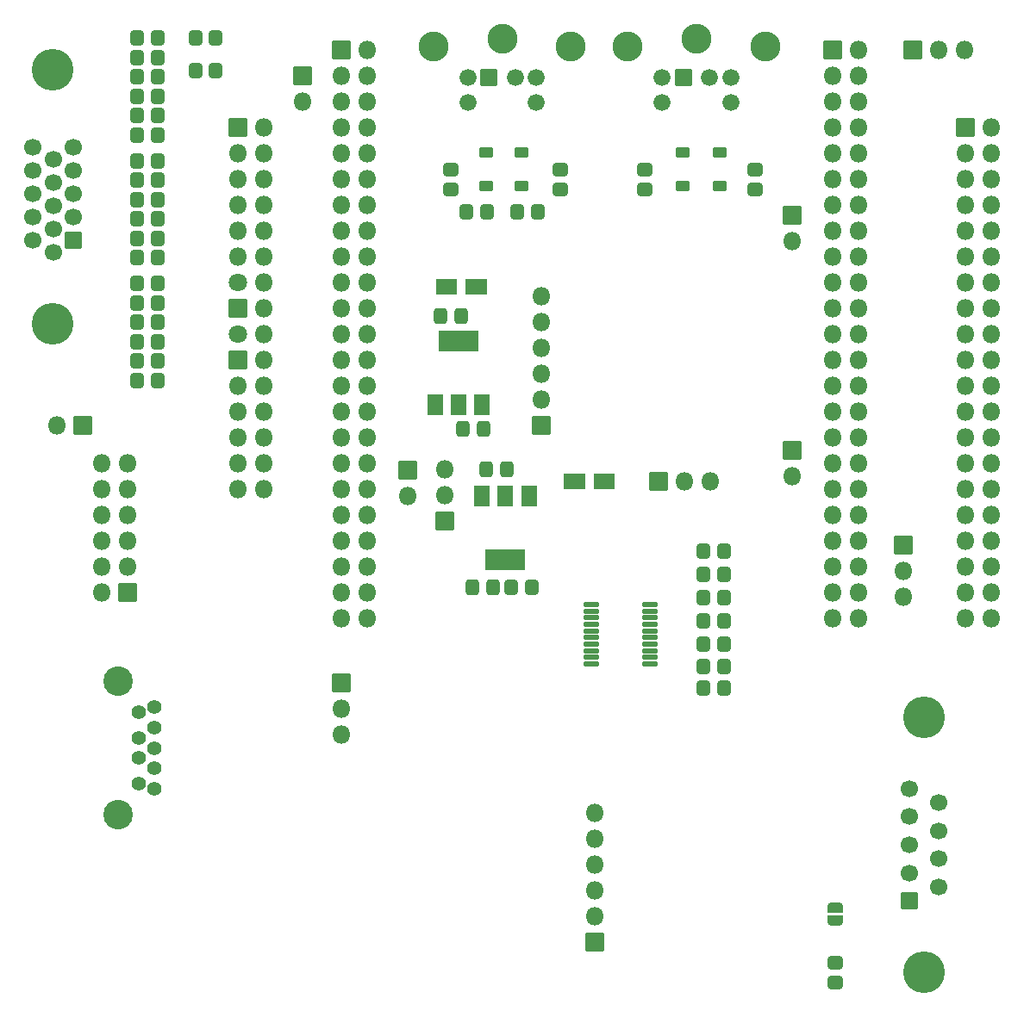
<source format=gbr>
%TF.GenerationSoftware,KiCad,Pcbnew,6.0.9-8da3e8f707~117~ubuntu20.04.1*%
%TF.CreationDate,2022-12-25T13:31:21+01:00*%
%TF.ProjectId,arrow_deca_retro_cape,6172726f-775f-4646-9563-615f72657472,0.90*%
%TF.SameCoordinates,Original*%
%TF.FileFunction,Soldermask,Top*%
%TF.FilePolarity,Negative*%
%FSLAX46Y46*%
G04 Gerber Fmt 4.6, Leading zero omitted, Abs format (unit mm)*
G04 Created by KiCad (PCBNEW 6.0.9-8da3e8f707~117~ubuntu20.04.1) date 2022-12-25 13:31:21*
%MOMM*%
%LPD*%
G01*
G04 APERTURE LIST*
G04 Aperture macros list*
%AMRoundRect*
0 Rectangle with rounded corners*
0 $1 Rounding radius*
0 $2 $3 $4 $5 $6 $7 $8 $9 X,Y pos of 4 corners*
0 Add a 4 corners polygon primitive as box body*
4,1,4,$2,$3,$4,$5,$6,$7,$8,$9,$2,$3,0*
0 Add four circle primitives for the rounded corners*
1,1,$1+$1,$2,$3*
1,1,$1+$1,$4,$5*
1,1,$1+$1,$6,$7*
1,1,$1+$1,$8,$9*
0 Add four rect primitives between the rounded corners*
20,1,$1+$1,$2,$3,$4,$5,0*
20,1,$1+$1,$4,$5,$6,$7,0*
20,1,$1+$1,$6,$7,$8,$9,0*
20,1,$1+$1,$8,$9,$2,$3,0*%
%AMFreePoly0*
4,1,16,0.535355,0.785355,0.541603,0.777735,1.041603,0.027735,1.049029,-0.009806,1.041603,-0.027735,0.541603,-0.777735,0.509806,-0.799029,0.500000,-0.800000,-0.500000,-0.800000,-0.535355,-0.785355,-0.550000,-0.750000,-0.550000,0.750000,-0.535355,0.785355,-0.500000,0.800000,0.500000,0.800000,0.535355,0.785355,0.535355,0.785355,$1*%
%AMFreePoly1*
4,1,37,0.535355,0.785355,0.550000,0.750000,0.550000,-0.750000,0.535355,-0.785355,0.500000,-0.800000,0.000000,-0.800000,-0.012524,-0.794812,-0.080857,-0.793560,-0.094851,-0.791293,-0.230166,-0.749018,-0.242962,-0.742915,-0.360972,-0.664360,-0.371540,-0.654911,-0.462760,-0.546392,-0.470252,-0.534356,-0.527347,-0.404597,-0.531159,-0.390943,-0.548742,-0.256483,-0.547388,-0.256306,-0.550000,-0.250000,
-0.550000,0.250000,-0.549522,0.251153,-0.549368,0.263802,-0.527557,0.403879,-0.523412,0.417435,-0.463164,0.545760,-0.455381,0.557609,-0.361537,0.663867,-0.350741,0.673055,-0.230846,0.748703,-0.217905,0.754492,-0.081598,0.793449,-0.067552,0.795373,-0.011991,0.795033,0.000000,0.800000,0.500000,0.800000,0.535355,0.785355,0.535355,0.785355,$1*%
%AMFreePoly2*
4,1,37,0.012350,0.794884,0.074210,0.794507,0.088231,0.792412,0.224052,0.751793,0.236921,0.745846,0.355883,0.668739,0.366566,0.659420,0.459104,0.552023,0.466742,0.540080,0.525419,0.411028,0.529398,0.397421,0.549495,0.257088,0.550000,0.250000,0.550000,-0.250000,0.549996,-0.250610,0.549847,-0.262826,0.549158,-0.270511,0.525638,-0.410312,0.521328,-0.423818,0.459516,-0.551397,
0.451589,-0.563150,0.356454,-0.668254,0.345546,-0.677309,0.224736,-0.751486,0.211726,-0.757116,0.074953,-0.794405,0.060885,-0.796158,0.011462,-0.795252,0.000000,-0.800000,-0.500000,-0.800000,-0.535355,-0.785355,-0.550000,-0.750000,-0.550000,0.750000,-0.535355,0.785355,-0.500000,0.800000,0.000000,0.800000,0.012350,0.794884,0.012350,0.794884,$1*%
G04 Aperture macros list end*
%ADD10RoundRect,0.050000X-0.850000X-0.850000X0.850000X-0.850000X0.850000X0.850000X-0.850000X0.850000X0*%
%ADD11O,1.800000X1.800000*%
%ADD12RoundRect,0.050000X0.750000X-1.000000X0.750000X1.000000X-0.750000X1.000000X-0.750000X-1.000000X0*%
%ADD13RoundRect,0.050000X1.900000X-1.000000X1.900000X1.000000X-1.900000X1.000000X-1.900000X-1.000000X0*%
%ADD14RoundRect,0.300000X0.337500X0.475000X-0.337500X0.475000X-0.337500X-0.475000X0.337500X-0.475000X0*%
%ADD15RoundRect,0.300000X0.350000X0.450000X-0.350000X0.450000X-0.350000X-0.450000X0.350000X-0.450000X0*%
%ADD16RoundRect,0.300000X-0.350000X-0.450000X0.350000X-0.450000X0.350000X0.450000X-0.350000X0.450000X0*%
%ADD17C,1.800000*%
%ADD18RoundRect,0.050000X0.850000X0.850000X-0.850000X0.850000X-0.850000X-0.850000X0.850000X-0.850000X0*%
%ADD19RoundRect,0.300000X-0.450000X0.350000X-0.450000X-0.350000X0.450000X-0.350000X0.450000X0.350000X0*%
%ADD20C,1.400000*%
%ADD21C,2.900000*%
%ADD22R,1.500000X1.500000*%
%ADD23FreePoly0,0.000000*%
%ADD24FreePoly0,180.000000*%
%ADD25RoundRect,0.050000X0.850000X-0.850000X0.850000X0.850000X-0.850000X0.850000X-0.850000X-0.850000X0*%
%ADD26RoundRect,0.050000X-0.600000X0.450000X-0.600000X-0.450000X0.600000X-0.450000X0.600000X0.450000X0*%
%ADD27RoundRect,0.300000X0.450000X-0.350000X0.450000X0.350000X-0.450000X0.350000X-0.450000X-0.350000X0*%
%ADD28RoundRect,0.050800X-0.787400X-0.787400X0.787400X-0.787400X0.787400X0.787400X-0.787400X0.787400X0*%
%ADD29C,1.676400*%
%ADD30C,2.946400*%
%ADD31FreePoly1,90.000000*%
%ADD32FreePoly2,90.000000*%
%ADD33C,4.100000*%
%ADD34RoundRect,0.050000X-0.800000X0.800000X-0.800000X-0.800000X0.800000X-0.800000X0.800000X0.800000X0*%
%ADD35C,1.700000*%
%ADD36RoundRect,0.050000X-0.750000X1.000000X-0.750000X-1.000000X0.750000X-1.000000X0.750000X1.000000X0*%
%ADD37RoundRect,0.050000X-1.900000X1.000000X-1.900000X-1.000000X1.900000X-1.000000X1.900000X1.000000X0*%
%ADD38RoundRect,0.050000X0.800000X-0.800000X0.800000X0.800000X-0.800000X0.800000X-0.800000X-0.800000X0*%
%ADD39RoundRect,0.150000X-0.637500X-0.100000X0.637500X-0.100000X0.637500X0.100000X-0.637500X0.100000X0*%
%ADD40RoundRect,0.050000X-0.850000X0.850000X-0.850000X-0.850000X0.850000X-0.850000X0.850000X0.850000X0*%
%ADD41RoundRect,0.300000X-0.337500X-0.475000X0.337500X-0.475000X0.337500X0.475000X-0.337500X0.475000X0*%
G04 APERTURE END LIST*
D10*
%TO.C,J9*%
X116840000Y-45720000D03*
D11*
X119380000Y-45720000D03*
X116840000Y-48260000D03*
X119380000Y-48260000D03*
X116840000Y-50800000D03*
X119380000Y-50800000D03*
X116840000Y-53340000D03*
X119380000Y-53340000D03*
X116840000Y-55880000D03*
X119380000Y-55880000D03*
X116840000Y-58420000D03*
X119380000Y-58420000D03*
X116840000Y-60960000D03*
X119380000Y-60960000D03*
X116840000Y-63500000D03*
X119380000Y-63500000D03*
X116840000Y-66040000D03*
X119380000Y-66040000D03*
X116840000Y-68580000D03*
X119380000Y-68580000D03*
X116840000Y-71120000D03*
X119380000Y-71120000D03*
X116840000Y-73660000D03*
X119380000Y-73660000D03*
X116840000Y-76200000D03*
X119380000Y-76200000D03*
X116840000Y-78740000D03*
X119380000Y-78740000D03*
X116840000Y-81280000D03*
X119380000Y-81280000D03*
X116840000Y-83820000D03*
X119380000Y-83820000D03*
X116840000Y-86360000D03*
X119380000Y-86360000D03*
X116840000Y-88900000D03*
X119380000Y-88900000D03*
X116840000Y-91440000D03*
X119380000Y-91440000D03*
X116840000Y-93980000D03*
X119380000Y-93980000D03*
X116840000Y-96520000D03*
X119380000Y-96520000D03*
X116840000Y-99060000D03*
X119380000Y-99060000D03*
X116840000Y-101600000D03*
X119380000Y-101600000D03*
%TD*%
D10*
%TO.C,J8*%
X165100000Y-45720000D03*
D11*
X167640000Y-45720000D03*
X165100000Y-48260000D03*
X167640000Y-48260000D03*
X165100000Y-50800000D03*
X167640000Y-50800000D03*
X165100000Y-53340000D03*
X167640000Y-53340000D03*
X165100000Y-55880000D03*
X167640000Y-55880000D03*
X165100000Y-58420000D03*
X167640000Y-58420000D03*
X165100000Y-60960000D03*
X167640000Y-60960000D03*
X165100000Y-63500000D03*
X167640000Y-63500000D03*
X165100000Y-66040000D03*
X167640000Y-66040000D03*
X165100000Y-68580000D03*
X167640000Y-68580000D03*
X165100000Y-71120000D03*
X167640000Y-71120000D03*
X165100000Y-73660000D03*
X167640000Y-73660000D03*
X165100000Y-76200000D03*
X167640000Y-76200000D03*
X165100000Y-78740000D03*
X167640000Y-78740000D03*
X165100000Y-81280000D03*
X167640000Y-81280000D03*
X165100000Y-83820000D03*
X167640000Y-83820000D03*
X165100000Y-86360000D03*
X167640000Y-86360000D03*
X165100000Y-88900000D03*
X167640000Y-88900000D03*
X165100000Y-91440000D03*
X167640000Y-91440000D03*
X165100000Y-93980000D03*
X167640000Y-93980000D03*
X165100000Y-96520000D03*
X167640000Y-96520000D03*
X165100000Y-99060000D03*
X167640000Y-99060000D03*
X165100000Y-101600000D03*
X167640000Y-101600000D03*
%TD*%
D12*
%TO.C,U3*%
X126097000Y-80595000D03*
D13*
X128397000Y-74295000D03*
D12*
X128397000Y-80595000D03*
X130697000Y-80595000D03*
%TD*%
D14*
%TO.C,C18*%
X130845500Y-82956400D03*
X128770500Y-82956400D03*
%TD*%
%TO.C,C19*%
X128663500Y-71882000D03*
X126588500Y-71882000D03*
%TD*%
D15*
%TO.C,R29*%
X98804669Y-76275000D03*
X96804669Y-76275000D03*
%TD*%
%TO.C,R31*%
X98804669Y-56590000D03*
X96804669Y-56590000D03*
%TD*%
D10*
%TO.C,J20*%
X95823469Y-99033400D03*
D11*
X95823469Y-96493400D03*
X95823469Y-93953400D03*
X95823469Y-91413400D03*
X95823469Y-88873400D03*
X95823469Y-86333400D03*
X93283469Y-99033400D03*
X93283469Y-96493400D03*
X93283469Y-93953400D03*
X93283469Y-91413400D03*
X93283469Y-88873400D03*
X93283469Y-86333400D03*
%TD*%
D10*
%TO.C,JP5*%
X161163000Y-61971000D03*
D11*
X161163000Y-64511000D03*
%TD*%
D16*
%TO.C,R13*%
X152416000Y-104140000D03*
X154416000Y-104140000D03*
%TD*%
D15*
%TO.C,R19*%
X98804669Y-44525000D03*
X96804669Y-44525000D03*
%TD*%
D17*
%TO.C,J2*%
X106680000Y-68580000D03*
D11*
X109220000Y-68580000D03*
%TD*%
D18*
%TO.C,J16*%
X141745000Y-133426200D03*
D11*
X141745000Y-130886200D03*
X141745000Y-128346200D03*
X141745000Y-125806200D03*
X141745000Y-123266200D03*
X141745000Y-120726200D03*
%TD*%
D19*
%TO.C,R5*%
X146685000Y-57420000D03*
X146685000Y-59420000D03*
%TD*%
D20*
%TO.C,J21*%
X96965342Y-110820989D03*
X96965342Y-113320989D03*
X96965342Y-115320989D03*
X96965342Y-117820989D03*
X98465342Y-118320989D03*
X98465342Y-116320989D03*
X98465342Y-114320989D03*
X98465342Y-112320989D03*
X98465342Y-110320989D03*
D21*
X94965342Y-107750989D03*
X94965342Y-120890989D03*
%TD*%
D22*
%TO.C,JP2*%
X129851000Y-68961000D03*
X127451000Y-68961000D03*
D23*
X126651000Y-68961000D03*
D24*
X130651000Y-68961000D03*
%TD*%
D25*
%TO.C,JP8*%
X147980400Y-88087200D03*
D11*
X150520400Y-88087200D03*
X153060400Y-88087200D03*
%TD*%
D15*
%TO.C,R3*%
X136142669Y-61595000D03*
X134142669Y-61595000D03*
%TD*%
D26*
%TO.C,D3*%
X150368000Y-55754000D03*
X150368000Y-59054000D03*
%TD*%
D18*
%TO.C,J10*%
X136539669Y-82625000D03*
D11*
X136539669Y-80085000D03*
X136539669Y-77545000D03*
X136539669Y-75005000D03*
X136539669Y-72465000D03*
X136539669Y-69925000D03*
%TD*%
D15*
%TO.C,R35*%
X98804669Y-64210000D03*
X96804669Y-64210000D03*
%TD*%
D10*
%TO.C,J11*%
X106680000Y-53340000D03*
D11*
X106680000Y-55880000D03*
X106680000Y-58420000D03*
X106680000Y-60960000D03*
X106680000Y-63500000D03*
X106680000Y-66040000D03*
X109220000Y-53340000D03*
X109220000Y-55880000D03*
X109220000Y-58420000D03*
X109220000Y-60960000D03*
X109220000Y-63500000D03*
X109220000Y-66040000D03*
%TD*%
D16*
%TO.C,R12*%
X152416000Y-101854000D03*
X154416000Y-101854000D03*
%TD*%
D10*
%TO.C,JP4*%
X113030000Y-48255000D03*
D11*
X113030000Y-50795000D03*
%TD*%
D16*
%TO.C,R15*%
X152416000Y-108458000D03*
X154416000Y-108458000D03*
%TD*%
D15*
%TO.C,R30*%
X98804669Y-78180000D03*
X96804669Y-78180000D03*
%TD*%
D27*
%TO.C,R16*%
X165354000Y-137398000D03*
X165354000Y-135398000D03*
%TD*%
D15*
%TO.C,R18*%
X104519669Y-47700000D03*
X102519669Y-47700000D03*
%TD*%
%TO.C,R32*%
X98804669Y-58495000D03*
X96804669Y-58495000D03*
%TD*%
D28*
%TO.C,J5*%
X131359200Y-48387000D03*
D29*
X133950000Y-48387000D03*
X129301800Y-48387000D03*
X136007400Y-48387000D03*
X129301800Y-50876200D03*
X136007400Y-50876200D03*
D30*
X125898200Y-45389800D03*
X132654600Y-44577000D03*
X139411000Y-45389800D03*
%TD*%
D31*
%TO.C,JP3*%
X165354000Y-131318000D03*
D32*
X165354000Y-130018000D03*
%TD*%
D33*
%TO.C,J1*%
X88490269Y-47623600D03*
X88490269Y-72623600D03*
D34*
X90540269Y-64438600D03*
D35*
X90540269Y-62148600D03*
X90540269Y-59858600D03*
X90540269Y-57568600D03*
X90540269Y-55278600D03*
X88560269Y-65583600D03*
X88560269Y-63293600D03*
X88560269Y-61003600D03*
X88560269Y-58713600D03*
X88560269Y-56423600D03*
X86580269Y-64438600D03*
X86580269Y-62148600D03*
X86580269Y-59858600D03*
X86580269Y-57568600D03*
X86580269Y-55278600D03*
%TD*%
D36*
%TO.C,U2*%
X135282000Y-89509200D03*
X132982000Y-89509200D03*
D37*
X132982000Y-95809200D03*
D36*
X130682000Y-89509200D03*
%TD*%
D15*
%TO.C,R27*%
X98804669Y-72465000D03*
X96804669Y-72465000D03*
%TD*%
%TO.C,R23*%
X98804669Y-52145000D03*
X96804669Y-52145000D03*
%TD*%
D16*
%TO.C,R4*%
X129140000Y-61595000D03*
X131140000Y-61595000D03*
%TD*%
D22*
%TO.C,JP7*%
X142424000Y-88138000D03*
X140024000Y-88138000D03*
D23*
X139224000Y-88138000D03*
D24*
X143224000Y-88138000D03*
%TD*%
D17*
%TO.C,J3*%
X106680000Y-73660000D03*
D11*
X109220000Y-73660000D03*
%TD*%
D16*
%TO.C,R10*%
X152432000Y-97282000D03*
X154432000Y-97282000D03*
%TD*%
%TO.C,R14*%
X152432000Y-106293000D03*
X154432000Y-106293000D03*
%TD*%
%TO.C,R9*%
X152416000Y-94996000D03*
X154416000Y-94996000D03*
%TD*%
D15*
%TO.C,R26*%
X98804669Y-70560000D03*
X96804669Y-70560000D03*
%TD*%
%TO.C,R33*%
X98804669Y-60400000D03*
X96804669Y-60400000D03*
%TD*%
%TO.C,R22*%
X98804669Y-50240000D03*
X96804669Y-50240000D03*
%TD*%
D10*
%TO.C,J14*%
X123355000Y-86964200D03*
D11*
X123355000Y-89504200D03*
%TD*%
D28*
%TO.C,J19*%
X150444200Y-48387000D03*
D29*
X153035000Y-48387000D03*
X148386800Y-48387000D03*
X155092400Y-48387000D03*
X148386800Y-50876200D03*
X155092400Y-50876200D03*
D30*
X144983200Y-45389800D03*
X151739600Y-44577000D03*
X158496000Y-45389800D03*
%TD*%
D25*
%TO.C,J15*%
X172987000Y-45669200D03*
D11*
X175527000Y-45669200D03*
X178067000Y-45669200D03*
%TD*%
D33*
%TO.C,J4*%
X174074338Y-136335000D03*
X174074338Y-111335000D03*
D38*
X172654338Y-129375000D03*
D35*
X172654338Y-126605000D03*
X172654338Y-123835000D03*
X172654338Y-121065000D03*
X172654338Y-118295000D03*
X175494338Y-127990000D03*
X175494338Y-125220000D03*
X175494338Y-122450000D03*
X175494338Y-119680000D03*
%TD*%
D15*
%TO.C,R20*%
X98804669Y-46430000D03*
X96804669Y-46430000D03*
%TD*%
D26*
%TO.C,D1*%
X131064000Y-55754000D03*
X131064000Y-59054000D03*
%TD*%
D15*
%TO.C,R24*%
X98804669Y-54050000D03*
X96804669Y-54050000D03*
%TD*%
D19*
%TO.C,R2*%
X138395000Y-57420000D03*
X138395000Y-59420000D03*
%TD*%
D18*
%TO.C,J18*%
X127013000Y-92009200D03*
D11*
X127013000Y-89469200D03*
X127013000Y-86929200D03*
%TD*%
D10*
%TO.C,JP6*%
X161163000Y-85090000D03*
D11*
X161163000Y-87630000D03*
%TD*%
D25*
%TO.C,J17*%
X106680000Y-71120000D03*
D11*
X109220000Y-71120000D03*
%TD*%
D10*
%TO.C,JP9*%
X116840000Y-107950000D03*
D11*
X116840000Y-110490000D03*
X116840000Y-113030000D03*
%TD*%
D14*
%TO.C,C21*%
X131796700Y-98500000D03*
X129721700Y-98500000D03*
%TD*%
D39*
%TO.C,U1*%
X141409500Y-100199000D03*
X141409500Y-100849000D03*
X141409500Y-101499000D03*
X141409500Y-102149000D03*
X141409500Y-102799000D03*
X141409500Y-103449000D03*
X141409500Y-104099000D03*
X141409500Y-104749000D03*
X141409500Y-105399000D03*
X141409500Y-106049000D03*
X147134500Y-106049000D03*
X147134500Y-105399000D03*
X147134500Y-104749000D03*
X147134500Y-104099000D03*
X147134500Y-103449000D03*
X147134500Y-102799000D03*
X147134500Y-102149000D03*
X147134500Y-101499000D03*
X147134500Y-100849000D03*
X147134500Y-100199000D03*
%TD*%
D10*
%TO.C,J12*%
X106680000Y-76200000D03*
D11*
X106680000Y-78740000D03*
X106680000Y-81280000D03*
X106680000Y-83820000D03*
X106680000Y-86360000D03*
X106680000Y-88900000D03*
X109220000Y-76200000D03*
X109220000Y-78740000D03*
X109220000Y-81280000D03*
X109220000Y-83820000D03*
X109220000Y-86360000D03*
X109220000Y-88900000D03*
%TD*%
D15*
%TO.C,R21*%
X98804669Y-48335000D03*
X96804669Y-48335000D03*
%TD*%
D40*
%TO.C,JP1*%
X91459669Y-82625000D03*
D11*
X88919669Y-82625000D03*
%TD*%
D15*
%TO.C,R28*%
X98804669Y-74370000D03*
X96804669Y-74370000D03*
%TD*%
D19*
%TO.C,R1*%
X127600000Y-57420000D03*
X127600000Y-59420000D03*
%TD*%
D26*
%TO.C,D4*%
X154051000Y-55755000D03*
X154051000Y-59055000D03*
%TD*%
D15*
%TO.C,R17*%
X104519669Y-44525000D03*
X102519669Y-44525000D03*
%TD*%
D41*
%TO.C,C20*%
X131055500Y-86944200D03*
X133130500Y-86944200D03*
%TD*%
D26*
%TO.C,D2*%
X134569200Y-55754000D03*
X134569200Y-59054000D03*
%TD*%
D15*
%TO.C,R7*%
X135569200Y-98501200D03*
X133569200Y-98501200D03*
%TD*%
D19*
%TO.C,R6*%
X157480000Y-57420000D03*
X157480000Y-59420000D03*
%TD*%
D15*
%TO.C,R25*%
X98804669Y-68655000D03*
X96804669Y-68655000D03*
%TD*%
D16*
%TO.C,R11*%
X152432000Y-99568000D03*
X154432000Y-99568000D03*
%TD*%
D15*
%TO.C,R36*%
X98804669Y-66115000D03*
X96804669Y-66115000D03*
%TD*%
D10*
%TO.C,J7*%
X172043185Y-94360000D03*
D11*
X172043185Y-96900000D03*
X172043185Y-99440000D03*
%TD*%
D10*
%TO.C,J6*%
X178138185Y-53340000D03*
D11*
X180678185Y-53340000D03*
X178138185Y-55880000D03*
X180678185Y-55880000D03*
X178138185Y-58420000D03*
X180678185Y-58420000D03*
X178138185Y-60960000D03*
X180678185Y-60960000D03*
X178138185Y-63500000D03*
X180678185Y-63500000D03*
X178138185Y-66040000D03*
X180678185Y-66040000D03*
X178138185Y-68580000D03*
X180678185Y-68580000D03*
X178138185Y-71120000D03*
X180678185Y-71120000D03*
X178138185Y-73660000D03*
X180678185Y-73660000D03*
X178138185Y-76200000D03*
X180678185Y-76200000D03*
X178138185Y-78740000D03*
X180678185Y-78740000D03*
X178138185Y-81280000D03*
X180678185Y-81280000D03*
X178138185Y-83820000D03*
X180678185Y-83820000D03*
X178138185Y-86360000D03*
X180678185Y-86360000D03*
X178138185Y-88900000D03*
X180678185Y-88900000D03*
X178138185Y-91440000D03*
X180678185Y-91440000D03*
X178138185Y-93980000D03*
X180678185Y-93980000D03*
X178138185Y-96520000D03*
X180678185Y-96520000D03*
X178138185Y-99060000D03*
X180678185Y-99060000D03*
X178138185Y-101600000D03*
X180678185Y-101600000D03*
%TD*%
D15*
%TO.C,R34*%
X98804669Y-62305000D03*
X96804669Y-62305000D03*
%TD*%
M02*

</source>
